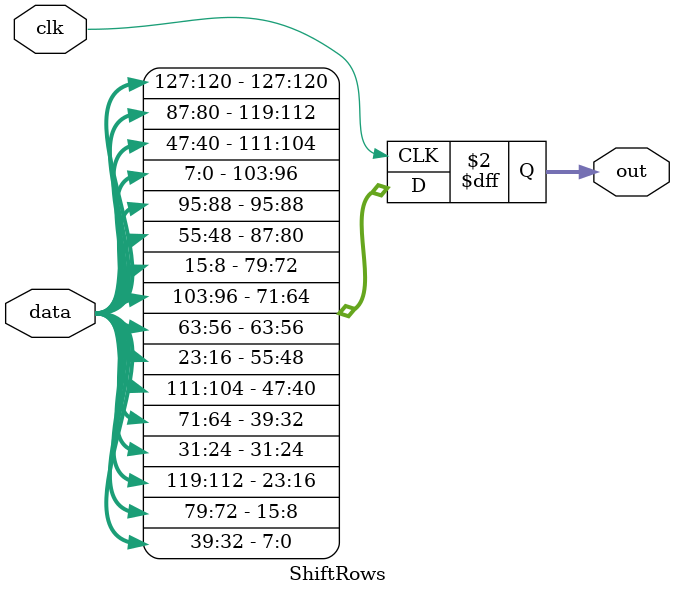
<source format=v>
`timescale 1ns / 1ps
module ShiftRows(clk,data,out);
		input clk;
		input [127:0] data;
		output reg[127:0] out;
		
		reg [127:0]temp;
//		reg [31:0] row[3:0];
		
always@(posedge clk)
begin

	temp = data;
	
	out = {temp[127:120], temp[87:80], temp[47:40], temp[7:0], 
				temp[95:88], temp[55:48], temp[15:8], temp[103:96], 
				temp[63:56], temp[23:16], temp[111:104], temp[71:64], 
				temp[31:24], temp[119:112], temp[79:72], temp[39:32]};


/*	{row[3], row[2], row[1], row[0]} = data;

		row[1] = {row[1][23:0], row[1][31:24]};
      row[2] = {row[2][15:0], row[2][31:16]};
      row[3] = {row[3][7:0], row[3][31:8]};
	
	out = {row[3], row[2], row[1], row[0]};*/
	
	/*row[0] = {data[127:120], data[95:88], data[63:56], data[31:24]};
	row[1] = {data[87:80], data[55:48], data[26:16], data[119:112]};
	row[2] = {data[47:40], data[15:8], data[111:104], data[79:72]};
	row[3] = {data[7:0], data[103:96], data[71:64], data[39:32]};
	
	out[127:96] = {row[0][31:24], row[1][31:24], row[2][31:24], row[3][31:24]};
	out[95:64] = {row[0][23:16], row[1][23:16], row[2][23:16], row[3][23:16]};
	out[63:32] = {row[0][15:8], row[1][15:8], row[2][15:8], row[3][15:8]};
	out[31:0] = {row[0][7:0], row[1][7:0], row[2][7:0], row[3][7:0]};*/
	
end
endmodule

//blocking sped = 775.194MHZ
//non-blocking speed = 264.480MHz	<-- not working
</source>
